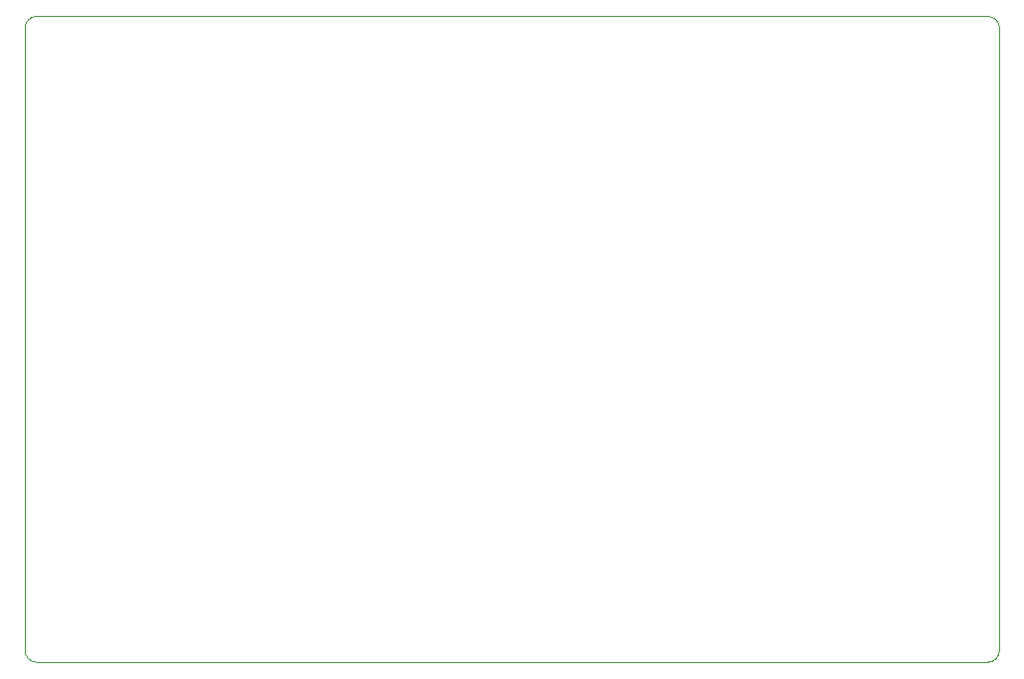
<source format=gm1>
%TF.GenerationSoftware,KiCad,Pcbnew,(6.0.11-0)*%
%TF.CreationDate,2023-04-07T11:55:34-07:00*%
%TF.ProjectId,SADA_Board,53414441-5f42-46f6-9172-642e6b696361,rev?*%
%TF.SameCoordinates,Original*%
%TF.FileFunction,Profile,NP*%
%FSLAX46Y46*%
G04 Gerber Fmt 4.6, Leading zero omitted, Abs format (unit mm)*
G04 Created by KiCad (PCBNEW (6.0.11-0)) date 2023-04-07 11:55:34*
%MOMM*%
%LPD*%
G01*
G04 APERTURE LIST*
%TA.AperFunction,Profile*%
%ADD10C,0.100000*%
%TD*%
G04 APERTURE END LIST*
D10*
X104785092Y-122170000D02*
X104785092Y-69167141D01*
X105785141Y-68167092D02*
G75*
G03*
X104785092Y-69167141I-41J-1000008D01*
G01*
X187780908Y-69167141D02*
X187780908Y-122170000D01*
X186780859Y-123170008D02*
G75*
G03*
X187780908Y-122170000I41J1000008D01*
G01*
X104785051Y-122170000D02*
G75*
G03*
X105785141Y-123170049I1000049J0D01*
G01*
X187780908Y-69167141D02*
G75*
G03*
X186780859Y-68167092I-1000008J41D01*
G01*
X186780859Y-123170049D02*
X105785141Y-123170049D01*
X105785141Y-68167092D02*
X186780859Y-68167092D01*
M02*

</source>
